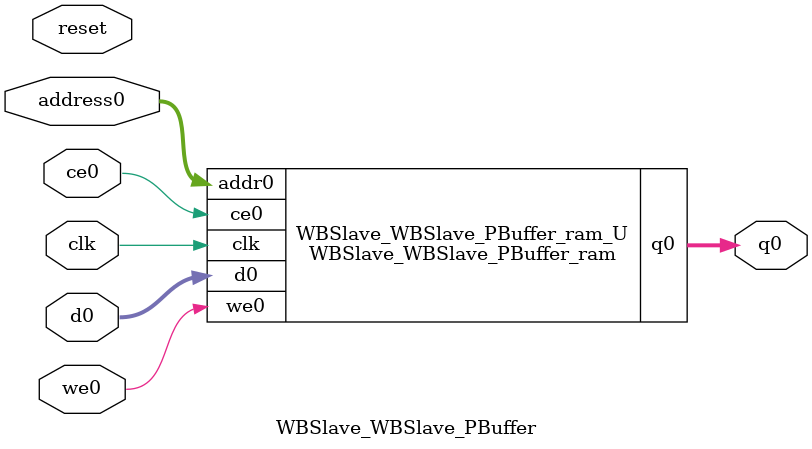
<source format=v>

`timescale 1 ns / 1 ps
module WBSlave_WBSlave_PBuffer_ram (addr0, ce0, d0, we0, q0,  clk);

parameter DWIDTH = 32;
parameter AWIDTH = 9;
parameter MEM_SIZE = 500;

input[AWIDTH-1:0] addr0;
input ce0;
input[DWIDTH-1:0] d0;
input we0;
output reg[DWIDTH-1:0] q0;
input clk;

(* ram_style = "block" *)reg [DWIDTH-1:0] ram[MEM_SIZE-1:0];




always @(posedge clk)  
begin 
    if (ce0) 
    begin
        if (we0) 
        begin 
            ram[addr0] <= d0; 
            q0 <= d0;
        end 
        else 
            q0 <= ram[addr0];
    end
end


endmodule


`timescale 1 ns / 1 ps
module WBSlave_WBSlave_PBuffer(
    reset,
    clk,
    address0,
    ce0,
    we0,
    d0,
    q0);

parameter DataWidth = 32'd32;
parameter AddressRange = 32'd500;
parameter AddressWidth = 32'd9;
input reset;
input clk;
input[AddressWidth - 1:0] address0;
input ce0;
input we0;
input[DataWidth - 1:0] d0;
output[DataWidth - 1:0] q0;



WBSlave_WBSlave_PBuffer_ram WBSlave_WBSlave_PBuffer_ram_U(
    .clk( clk ),
    .addr0( address0 ),
    .ce0( ce0 ),
    .d0( d0 ),
    .we0( we0 ),
    .q0( q0 ));

endmodule


</source>
